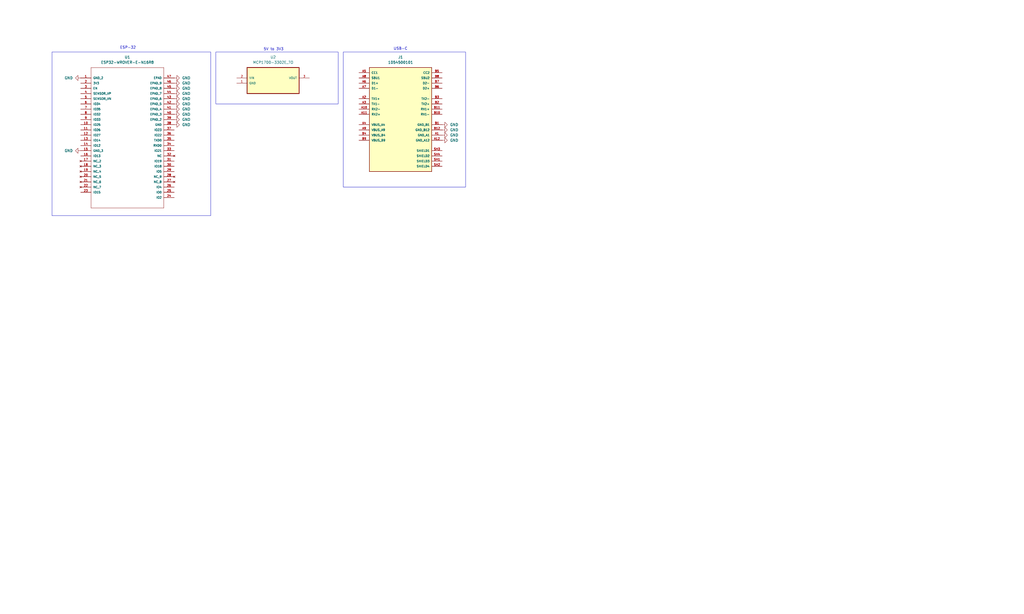
<source format=kicad_sch>
(kicad_sch (version 20231120) (generator "eeschema") (generator_version "8.0")
  (paper "User" 500 300)
  (lib_symbols
    (symbol "1054500101:1054500101" (pin_names (offset 1.016))
      (property "Reference" "J" (at -15.24 26.162 0))
      (property "Value" "1054500101" (at -15.24 -27.94 0))
      (symbol "1054500101_0_0"
        (rectangle (start -15.24 -25.4) (end 15.24 25.4) (stroke (width 0.254)) (fill (type background)))
        (pin power_in line (at 20.32 -7.62 180) (length 5.08) (name "GND_A1") (number "A1"))
        (pin bidirectional line (at -20.32 5.08 0) (length 5.08) (name "RX2-") (number "A10"))
        (pin bidirectional line (at -20.32 2.54 0) (length 5.08) (name "RX2+") (number "A11"))
        (pin power_in line (at 20.32 -10.16 180) (length 5.08) (name "GND_A12") (number "A12"))
        (pin bidirectional line (at -20.32 10.16 0) (length 5.08) (name "TX1+") (number "A2"))
        (pin bidirectional line (at -20.32 7.62 0) (length 5.08) (name "TX1-") (number "A3"))
        (pin power_in line (at -20.32 -2.54 0) (length 5.08) (name "VBUS_A4") (number "A4"))
        (pin bidirectional line (at -20.32 22.86 0) (length 5.08) (name "CC1") (number "A5"))
        (pin bidirectional line (at -20.32 17.78 0) (length 5.08) (name "D1+") (number "A6"))
        (pin bidirectional line (at -20.32 15.24 0) (length 5.08) (name "D1-") (number "A7"))
        (pin bidirectional line (at -20.32 20.32 0) (length 5.08) (name "SBU1") (number "A8"))
        (pin power_in line (at -20.32 -5.08 0) (length 5.08) (name "VBUS_A9") (number "A9"))
        (pin power_in line (at 20.32 -2.54 180) (length 5.08) (name "GND_B1") (number "B1"))
        (pin bidirectional line (at 20.32 2.54 180) (length 5.08) (name "RX1-") (number "B10"))
        (pin bidirectional line (at 20.32 5.08 180) (length 5.08) (name "RX1+") (number "B11"))
        (pin power_in line (at 20.32 -5.08 180) (length 5.08) (name "GND_B12") (number "B12"))
        (pin bidirectional line (at 20.32 7.62 180) (length 5.08) (name "TX2+") (number "B2"))
        (pin bidirectional line (at 20.32 10.16 180) (length 5.08) (name "TX2-") (number "B3"))
        (pin power_in line (at -20.32 -7.62 0) (length 5.08) (name "VBUS_B4") (number "B4"))
        (pin bidirectional line (at 20.32 22.86 180) (length 5.08) (name "CC2") (number "B5"))
        (pin bidirectional line (at 20.32 15.24 180) (length 5.08) (name "D2+") (number "B6"))
        (pin bidirectional line (at 20.32 17.78 180) (length 5.08) (name "D2-") (number "B7"))
        (pin bidirectional line (at 20.32 20.32 180) (length 5.08) (name "SBU2") (number "B8"))
        (pin power_in line (at -20.32 -10.16 0) (length 5.08) (name "VBUS_B9") (number "B9"))
        (pin passive line (at 20.32 -20.32 180) (length 5.08) (name "SHIELD3") (number "SH1"))
        (pin passive line (at 20.32 -22.86 180) (length 5.08) (name "SHIELD4") (number "SH2"))
        (pin passive line (at 20.32 -15.24 180) (length 5.08) (name "SHIELD1") (number "SH3"))
        (pin passive line (at 20.32 -17.78 180) (length 5.08) (name "SHIELD2") (number "SH4"))
      )
    )
    (symbol "Espressif:ESP32-WROVER-E-N16R8" (pin_names (offset 1.016))
      (property "Reference" "U" (at 20.6746 9.1186 0))
      (property "Value" "ESP32-WROVER-E-N16R8" (at 20.0352 6.5786 0))
      (symbol "ESP32-WROVER-E-N16R8_0_0"
        (polyline (pts (xy 7.62 -63.5) (xy 43.18 -63.5)) (stroke (width 0.1524)))
        (polyline (pts (xy 7.62 5.08) (xy 7.62 -63.5)) (stroke (width 0.1524)))
        (polyline (pts (xy 43.18 -63.5) (xy 43.18 5.08)) (stroke (width 0.1524)))
        (polyline (pts (xy 43.18 5.08) (xy 7.62 5.08)) (stroke (width 0.1524)))
        (pin passive line (at 2.54 0 0) (length 5.08) (name "GND_2") (number "1"))
        (pin bidirectional line (at 2.54 -22.86 0) (length 5.08) (name "IO25") (number "10"))
        (pin bidirectional line (at 2.54 -25.4 0) (length 5.08) (name "IO26") (number "11"))
        (pin bidirectional line (at 2.54 -27.94 0) (length 5.08) (name "IO27") (number "12"))
        (pin bidirectional line (at 2.54 -30.48 0) (length 5.08) (name "IO14") (number "13"))
        (pin bidirectional line (at 2.54 -33.02 0) (length 5.08) (name "IO12") (number "14"))
        (pin passive line (at 2.54 -35.56 0) (length 5.08) (name "GND_3") (number "15"))
        (pin bidirectional line (at 2.54 -38.1 0) (length 5.08) (name "IO13") (number "16"))
        (pin no_connect line (at 2.54 -40.64 0) (length 5.08) (name "NC_2") (number "17"))
        (pin no_connect line (at 2.54 -43.18 0) (length 5.08) (name "NC_3") (number "18"))
        (pin no_connect line (at 2.54 -45.72 0) (length 5.08) (name "NC_4") (number "19"))
        (pin power_in line (at 2.54 -2.54 0) (length 5.08) (name "3V3") (number "2"))
        (pin no_connect line (at 2.54 -48.26 0) (length 5.08) (name "NC_5") (number "20"))
        (pin no_connect line (at 2.54 -50.8 0) (length 5.08) (name "NC_6") (number "21"))
        (pin no_connect line (at 2.54 -53.34 0) (length 5.08) (name "NC_7") (number "22"))
        (pin bidirectional line (at 2.54 -55.88 0) (length 5.08) (name "IO15") (number "23"))
        (pin bidirectional line (at 48.26 -58.42 180) (length 5.08) (name "IO2") (number "24"))
        (pin bidirectional line (at 48.26 -55.88 180) (length 5.08) (name "IO0") (number "25"))
        (pin bidirectional line (at 48.26 -53.34 180) (length 5.08) (name "IO4") (number "26"))
        (pin no_connect line (at 48.26 -50.8 180) (length 5.08) (name "NC_8") (number "27"))
        (pin no_connect line (at 48.26 -48.26 180) (length 5.08) (name "NC_9") (number "28"))
        (pin bidirectional line (at 48.26 -45.72 180) (length 5.08) (name "IO5") (number "29"))
        (pin input line (at 2.54 -5.08 0) (length 5.08) (name "EN") (number "3"))
        (pin bidirectional line (at 48.26 -43.18 180) (length 5.08) (name "IO18") (number "30"))
        (pin bidirectional line (at 48.26 -40.64 180) (length 5.08) (name "IO19") (number "31"))
        (pin no_connect line (at 48.26 -38.1 180) (length 5.08) (name "NC") (number "32"))
        (pin bidirectional line (at 48.26 -35.56 180) (length 5.08) (name "IO21") (number "33"))
        (pin bidirectional line (at 48.26 -33.02 180) (length 5.08) (name "RXD0") (number "34"))
        (pin bidirectional line (at 48.26 -30.48 180) (length 5.08) (name "TXD0") (number "35"))
        (pin bidirectional line (at 48.26 -27.94 180) (length 5.08) (name "IO22") (number "36"))
        (pin bidirectional line (at 48.26 -25.4 180) (length 5.08) (name "IO23") (number "37"))
        (pin passive line (at 48.26 -22.86 180) (length 5.08) (name "GND") (number "38"))
        (pin passive line (at 48.26 -20.32 180) (length 5.08) (name "EPAD_2") (number "39"))
        (pin bidirectional line (at 2.54 -7.62 0) (length 5.08) (name "SENSOR_VP") (number "4"))
        (pin passive line (at 48.26 -17.78 180) (length 5.08) (name "EPAD_3") (number "40"))
        (pin passive line (at 48.26 -15.24 180) (length 5.08) (name "EPAD_4") (number "41"))
        (pin passive line (at 48.26 -12.7 180) (length 5.08) (name "EPAD_5") (number "42"))
        (pin passive line (at 48.26 -10.16 180) (length 5.08) (name "EPAD_6") (number "43"))
        (pin passive line (at 48.26 -7.62 180) (length 5.08) (name "EPAD_7") (number "44"))
        (pin passive line (at 48.26 -5.08 180) (length 5.08) (name "EPAD_8") (number "45"))
        (pin passive line (at 48.26 -2.54 180) (length 5.08) (name "EPAD_9") (number "46"))
        (pin passive line (at 48.26 0 180) (length 5.08) (name "EPAD") (number "47"))
        (pin bidirectional line (at 2.54 -10.16 0) (length 5.08) (name "SENSOR_VN") (number "5"))
        (pin bidirectional line (at 2.54 -12.7 0) (length 5.08) (name "IO34") (number "6"))
        (pin bidirectional line (at 2.54 -15.24 0) (length 5.08) (name "IO35") (number "7"))
        (pin bidirectional line (at 2.54 -17.78 0) (length 5.08) (name "IO32") (number "8"))
        (pin bidirectional line (at 2.54 -20.32 0) (length 5.08) (name "IO33") (number "9"))
      )
    )
    (symbol "MCP1700-3302E_TO:MCP1700-3302E_TO" (pin_names (offset 1.016))
      (property "Reference" "U" (at -4.7117 3.7948 0))
      (property "Value" "MCP1700-3302E_TO" (at -5.1141 -12.5434 0))
      (symbol "MCP1700-3302E_TO_0_0"
        (rectangle (start -12.7 -10.16) (end 12.7 2.54) (stroke (width 0.4064)) (fill (type background)))
        (pin passive line (at -17.78 -5.08 0) (length 5.08) (name "GND") (number "1"))
        (pin input line (at -17.78 -2.54 0) (length 5.08) (name "VIN") (number "2"))
        (pin output line (at 17.78 -2.54 180) (length 5.08) (name "VOUT") (number "3"))
      )
    )
    (symbol "power:GND" (power) (pin_numbers hide) (pin_names (offset 0) hide)
      (property "Value" "GND" (at 0 -3.81 0))
      (symbol "GND_0_1"
        (polyline (pts (xy 0 0) (xy 0 -1.27) (xy 1.27 -1.27) (xy 0 -2.54) (xy -1.27 -1.27) (xy 0 -1.27)))
      )
      (symbol "GND_1_1"
        (pin power_in line (at 0 0 270) (length 0) (name "~") (number "1"))
      )
    )
  )
  (rectangle (start 105.41 25.4) (end 165.1 50.8))
  (rectangle (start 167.64 25.4) (end 227.33 91.44))
  (rectangle (start 25.4 25.4) (end 102.87 105.41))
  (text "ESP-32" (at 62.484 23.368 0) (effects (font (size 1.27 1.27))))
  (text "5V to 3V3" (at 133.604 24.13 0) (effects (font (size 1.27 1.27))))
  (text "USB-C" (at 195.58 23.876 0) (effects (font (size 1.27 1.27))))
  (symbol (lib_id "power:GND") (at 85.09 55.88 90) (unit 1)
    (property "Reference" "#PWR09" (effects (hide yes)))
    (property "Value" "GND" (at 88.9 55.8799 90) (effects (justify right)))
    (property "Description" "Power symbol creates a global label with name \"GND\" , ground" (effects (hide yes)))
  )
  (symbol (lib_id "power:GND") (at 215.9 60.96 90) (unit 1)
    (property "Reference" "#PWR01" (effects (hide yes)))
    (property "Value" "GND" (at 219.71 60.9599 90) (effects (justify right)))
    (property "Description" "Power symbol creates a global label with name \"GND\" , ground" (effects (hide yes)))
  )
  (symbol (lib_id "power:GND") (at 215.9 63.5 90) (unit 1)
    (property "Reference" "#PWR02" (effects (hide yes)))
    (property "Value" "GND" (at 219.71 63.4999 90) (effects (justify right)))
    (property "Description" "Power symbol creates a global label with name \"GND\" , ground" (effects (hide yes)))
  )
  (symbol (lib_id "power:GND") (at 85.09 40.64 90) (unit 1)
    (property "Reference" "#PWR015" (effects (hide yes)))
    (property "Value" "GND" (at 88.9 40.6399 90) (effects (justify right)))
    (property "Description" "Power symbol creates a global label with name \"GND\" , ground" (effects (hide yes)))
  )
  (symbol (lib_id "MCP1700-3302E_TO:MCP1700-3302E_TO") (at 133.35 35.56 0) (unit 1)
    (property "Reference" "U2" (at 133.35 27.94 0))
    (property "Value" "MCP1700-3302E_TO" (at 133.35 30.48 0))
    (property "Footprint" "MCP1700-3302E_TO:TO127P254X495-3" (effects (hide yes)))
    (property "DigiKey_Part_Number" "MCP1700-3302E/TO-ND" (effects (hide yes)))
    (property "SnapEDA_Link" "https://www.snapeda.com/parts/MCP1700-3302E/TO/Microchip/view-part/?ref=snap" (effects (hide yes)))
    (property "Description_1" "\n                        \n                            Pwr Sply Func,Voltage Regulator,LDO,TO-92,PD 644mW,VO 3.3V,Regline +/-0.75%/V | Microchip Technology Inc. MCP1700-3302E/TO\n                        \n" (effects (hide yes)))
    (property "PACKAGE" "TO-92" (effects (hide yes)))
    (property "MPN" "MCP1700-3302E/TO" (effects (hide yes)))
    (property "Package" "TO-92 Supertex" (effects (hide yes)))
    (property "OC_FARNELL" "1331481" (effects (hide yes)))
    (property "MF" "Microchip" (effects (hide yes)))
    (property "MP" "MCP1700-3302E/TO" (effects (hide yes)))
    (property "SUPPLIER" "Microchip" (effects (hide yes)))
    (property "OC_NEWARK" "34M7415" (effects (hide yes)))
    (property "Check_prices" "https://www.snapeda.com/parts/MCP1700-3302E/TO/Microchip/view-part/?ref=eda" (effects (hide yes)))
  )
  (symbol (lib_id "power:GND") (at 85.09 48.26 90) (unit 1)
    (property "Reference" "#PWR012" (effects (hide yes)))
    (property "Value" "GND" (at 88.9 48.2599 90) (effects (justify right)))
    (property "Description" "Power symbol creates a global label with name \"GND\" , ground" (effects (hide yes)))
  )
  (symbol (lib_id "power:GND") (at 85.09 50.8 90) (unit 1)
    (property "Reference" "#PWR011" (effects (hide yes)))
    (property "Value" "GND" (at 88.9 50.7999 90) (effects (justify right)))
    (property "Description" "Power symbol creates a global label with name \"GND\" , ground" (effects (hide yes)))
  )
  (symbol (lib_id "power:GND") (at 85.09 43.18 90) (unit 1)
    (property "Reference" "#PWR014" (effects (hide yes)))
    (property "Value" "GND" (at 88.9 43.1799 90) (effects (justify right)))
    (property "Description" "Power symbol creates a global label with name \"GND\" , ground" (effects (hide yes)))
  )
  (symbol (lib_id "power:GND") (at 215.9 66.04 90) (unit 1)
    (property "Reference" "#PWR03" (effects (hide yes)))
    (property "Value" "GND" (at 219.71 66.0399 90) (effects (justify right)))
    (property "Description" "Power symbol creates a global label with name \"GND\" , ground" (effects (hide yes)))
  )
  (symbol (lib_id "Espressif:ESP32-WROVER-E-N16R8") (at 36.83 38.1 0) (unit 1)
    (property "Reference" "U1" (at 62.23 27.94 0))
    (property "Value" "ESP32-WROVER-E-N16R8" (at 62.23 30.48 0))
    (property "Footprint" "footprints:ESP32-WROVER-E_EXP" (effects (hide yes)))
    (property "MF" "Espressif Systems" (effects (hide yes)))
    (property "Description_1" "\n                        \n                            Generic Wi-Fi + Bluetooth + Bluetooth LE MCU\nmodules that target a wide variety of applications, ranging from low-power sensor networks to the most\ndemanding tasks, such as voice encoding, music streaming and MP3 decoding.\n                        \n" (effects (hide yes)))
    (property "COPYRIGHT" "Copyright (C) 2025 Ultra Librarian. All rights reserved." (effects (hide yes)))
    (property "Package" "SMD-38 Espressif Systems" (effects (hide yes)))
    (property "Price" "None" (effects (hide yes)))
    (property "Check_prices" "https://www.snapeda.com/parts/ESP32-WROVER-E-N16R8/Espressif+Systems/view-part/?ref=eda" (effects (hide yes)))
    (property "Availability" "In Stock" (effects (hide yes)))
    (property "SnapEDA_Link" "https://www.snapeda.com/parts/ESP32-WROVER-E-N16R8/Espressif+Systems/view-part/?ref=snap" (effects (hide yes)))
    (property "MP" "ESP32-WROVER-E-N16R8" (effects (hide yes)))
    (property "TYPE" "RF Transceiver Modules and Modems" (effects (hide yes)))
    (property "MFR_NAME" "Espressif Systems" (effects (hide yes)))
    (property "MANUFACTURER_PART_NUMBER" "ESP32-WROVER-E-N16R8" (effects (hide yes)))
  )
  (symbol (lib_id "power:GND") (at 85.09 58.42 90) (unit 1)
    (property "Reference" "#PWR08" (effects (hide yes)))
    (property "Value" "GND" (at 88.9 58.4199 90) (effects (justify right)))
    (property "Description" "Power symbol creates a global label with name \"GND\" , ground" (effects (hide yes)))
  )
  (symbol (lib_id "power:GND") (at 85.09 60.96 90) (unit 1)
    (property "Reference" "#PWR05" (effects (hide yes)))
    (property "Value" "GND" (at 88.9 60.9599 90) (effects (justify right)))
    (property "Description" "Power symbol creates a global label with name \"GND\" , ground" (effects (hide yes)))
  )
  (symbol (lib_id "power:GND") (at 85.09 53.34 90) (unit 1)
    (property "Reference" "#PWR010" (effects (hide yes)))
    (property "Value" "GND" (at 88.9 53.3399 90) (effects (justify right)))
    (property "Description" "Power symbol creates a global label with name \"GND\" , ground" (effects (hide yes)))
  )
  (symbol (lib_id "power:GND") (at 85.09 38.1 90) (unit 1)
    (property "Reference" "#PWR016" (effects (hide yes)))
    (property "Value" "GND" (at 88.9 38.0999 90) (effects (justify right)))
    (property "Description" "Power symbol creates a global label with name \"GND\" , ground" (effects (hide yes)))
  )
  (symbol (lib_id "power:GND") (at 39.37 73.66 270) (unit 1)
    (property "Reference" "#PWR07" (effects (hide yes)))
    (property "Value" "GND" (at 35.56 73.6599 90) (effects (justify right)))
    (property "Description" "Power symbol creates a global label with name \"GND\" , ground" (effects (hide yes)))
  )
  (symbol (lib_id "power:GND") (at 39.37 38.1 270) (unit 1)
    (property "Reference" "#PWR04" (effects (hide yes)))
    (property "Value" "GND" (at 35.56 38.0999 90) (effects (justify right)))
    (property "Description" "Power symbol creates a global label with name \"GND\" , ground" (effects (hide yes)))
  )
  (symbol (lib_id "power:GND") (at 215.9 68.58 90) (unit 1)
    (property "Reference" "#PWR06" (effects (hide yes)))
    (property "Value" "GND" (at 219.71 68.5799 90) (effects (justify right)))
    (property "Description" "Power symbol creates a global label with name \"GND\" , ground" (effects (hide yes)))
  )
  (symbol (lib_id "power:GND") (at 85.09 45.72 90) (unit 1)
    (property "Reference" "#PWR013" (effects (hide yes)))
    (property "Value" "GND" (at 88.9 45.7199 90) (effects (justify right)))
    (property "Description" "Power symbol creates a global label with name \"GND\" , ground" (effects (hide yes)))
  )
  (symbol (lib_id "1054500101:1054500101") (at 195.58 58.42 0) (unit 1)
    (property "Reference" "J1" (at 195.58 27.94 0))
    (property "Value" "1054500101" (at 195.58 30.48 0))
    (property "Footprint" "FilesNeeded:MOLEX_1054500101" (effects (hide yes)))
    (property "MF" "Molex" (effects (hide yes)))
    (property "OPTION" "MOLEX_CONFIG" (effects (hide yes)))
    (property "Package" "None" (effects (hide yes)))
    (property "Price" "None" (effects (hide yes)))
    (property "Check_prices" "https://www.snapeda.com/parts/1054500101/Molex/view-part/?ref=eda" (effects (hide yes)))
    (property "STANDARD" "Manufacturer Recommendations" (effects (hide yes)))
    (property "PARTREV" "A7" (effects (hide yes)))
    (property "SnapEDA_Link" "https://www.snapeda.com/parts/1054500101/Molex/view-part/?ref=snap" (effects (hide yes)))
    (property "MP" "1054500101" (effects (hide yes)))
    (property "Description_1" "\n                        \n                            USB-C (USB TYPE-C) USB 3.2 Gen 2 (USB 3.1 Gen 2, Superspeed + (USB 3.1)) Receptacle Connector 24 Position Surface Mount, Right Angle; Through Hole\n                        \n" (effects (hide yes)))
    (property "MANUFACTURER" "Molex" (effects (hide yes)))
    (property "Availability" "In Stock" (effects (hide yes)))
    (property "MAXIMUM_PACKAGE_HEIGHT" "3.24mm" (effects (hide yes)))
  )
)
</source>
